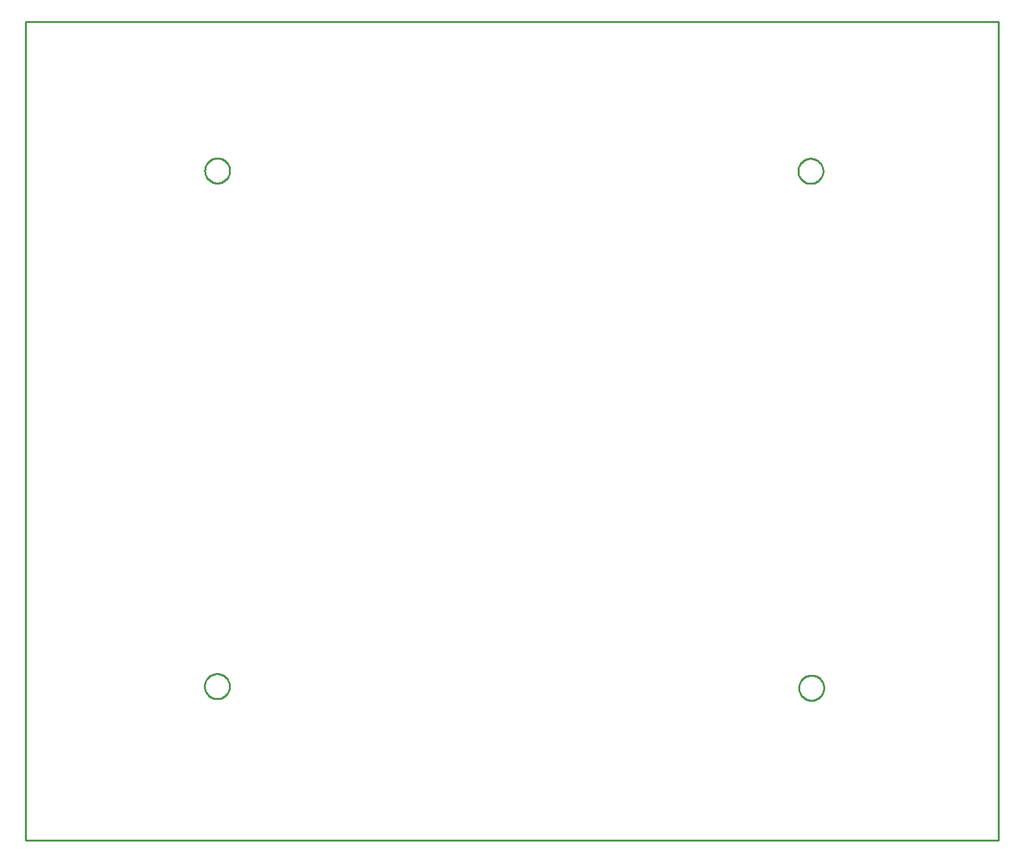
<source format=gbr>
G04 EAGLE Gerber RS-274X export*
G75*
%MOMM*%
%FSLAX34Y34*%
%LPD*%
%IN*%
%IPPOS*%
%AMOC8*
5,1,8,0,0,1.08239X$1,22.5*%
G01*
%ADD10C,0.254000*%


D10*
X0Y0D02*
X1289050Y0D01*
X1289050Y1085850D01*
X0Y1085850D01*
X0Y0D01*
X270510Y203930D02*
X270439Y202851D01*
X270298Y201779D01*
X270087Y200719D01*
X269808Y199675D01*
X269460Y198651D01*
X269046Y197653D01*
X268568Y196683D01*
X268028Y195747D01*
X267427Y194848D01*
X266769Y193991D01*
X266057Y193178D01*
X265292Y192414D01*
X264479Y191701D01*
X263622Y191043D01*
X262723Y190442D01*
X261787Y189902D01*
X260817Y189424D01*
X259819Y189010D01*
X258795Y188662D01*
X257751Y188383D01*
X256691Y188172D01*
X255619Y188031D01*
X254540Y187960D01*
X253460Y187960D01*
X252381Y188031D01*
X251309Y188172D01*
X250249Y188383D01*
X249205Y188662D01*
X248181Y189010D01*
X247183Y189424D01*
X246213Y189902D01*
X245277Y190442D01*
X244378Y191043D01*
X243521Y191701D01*
X242708Y192414D01*
X241944Y193178D01*
X241231Y193991D01*
X240573Y194848D01*
X239972Y195747D01*
X239432Y196683D01*
X238954Y197653D01*
X238540Y198651D01*
X238192Y199675D01*
X237913Y200719D01*
X237702Y201779D01*
X237561Y202851D01*
X237490Y203930D01*
X237490Y205010D01*
X237561Y206089D01*
X237702Y207161D01*
X237913Y208221D01*
X238192Y209265D01*
X238540Y210289D01*
X238954Y211287D01*
X239432Y212257D01*
X239972Y213193D01*
X240573Y214092D01*
X241231Y214949D01*
X241944Y215762D01*
X242708Y216527D01*
X243521Y217239D01*
X244378Y217897D01*
X245277Y218498D01*
X246213Y219038D01*
X247183Y219516D01*
X248181Y219930D01*
X249205Y220278D01*
X250249Y220557D01*
X251309Y220768D01*
X252381Y220909D01*
X253460Y220980D01*
X254540Y220980D01*
X255619Y220909D01*
X256691Y220768D01*
X257751Y220557D01*
X258795Y220278D01*
X259819Y219930D01*
X260817Y219516D01*
X261787Y219038D01*
X262723Y218498D01*
X263622Y217897D01*
X264479Y217239D01*
X265292Y216527D01*
X266057Y215762D01*
X266769Y214949D01*
X267427Y214092D01*
X268028Y213193D01*
X268568Y212257D01*
X269046Y211287D01*
X269460Y210289D01*
X269808Y209265D01*
X270087Y208221D01*
X270298Y207161D01*
X270439Y206089D01*
X270510Y205010D01*
X270510Y203930D01*
X1057656Y201898D02*
X1057585Y200819D01*
X1057444Y199747D01*
X1057233Y198687D01*
X1056954Y197643D01*
X1056606Y196619D01*
X1056192Y195621D01*
X1055714Y194651D01*
X1055174Y193715D01*
X1054573Y192816D01*
X1053915Y191959D01*
X1053203Y191146D01*
X1052438Y190382D01*
X1051625Y189669D01*
X1050768Y189011D01*
X1049869Y188410D01*
X1048933Y187870D01*
X1047963Y187392D01*
X1046965Y186978D01*
X1045941Y186630D01*
X1044897Y186351D01*
X1043837Y186140D01*
X1042765Y185999D01*
X1041686Y185928D01*
X1040606Y185928D01*
X1039527Y185999D01*
X1038455Y186140D01*
X1037395Y186351D01*
X1036351Y186630D01*
X1035327Y186978D01*
X1034329Y187392D01*
X1033359Y187870D01*
X1032423Y188410D01*
X1031524Y189011D01*
X1030667Y189669D01*
X1029854Y190382D01*
X1029090Y191146D01*
X1028377Y191959D01*
X1027719Y192816D01*
X1027118Y193715D01*
X1026578Y194651D01*
X1026100Y195621D01*
X1025686Y196619D01*
X1025338Y197643D01*
X1025059Y198687D01*
X1024848Y199747D01*
X1024707Y200819D01*
X1024636Y201898D01*
X1024636Y202978D01*
X1024707Y204057D01*
X1024848Y205129D01*
X1025059Y206189D01*
X1025338Y207233D01*
X1025686Y208257D01*
X1026100Y209255D01*
X1026578Y210225D01*
X1027118Y211161D01*
X1027719Y212060D01*
X1028377Y212917D01*
X1029090Y213730D01*
X1029854Y214495D01*
X1030667Y215207D01*
X1031524Y215865D01*
X1032423Y216466D01*
X1033359Y217006D01*
X1034329Y217484D01*
X1035327Y217898D01*
X1036351Y218246D01*
X1037395Y218525D01*
X1038455Y218736D01*
X1039527Y218877D01*
X1040606Y218948D01*
X1041686Y218948D01*
X1042765Y218877D01*
X1043837Y218736D01*
X1044897Y218525D01*
X1045941Y218246D01*
X1046965Y217898D01*
X1047963Y217484D01*
X1048933Y217006D01*
X1049869Y216466D01*
X1050768Y215865D01*
X1051625Y215207D01*
X1052438Y214495D01*
X1053203Y213730D01*
X1053915Y212917D01*
X1054573Y212060D01*
X1055174Y211161D01*
X1055714Y210225D01*
X1056192Y209255D01*
X1056606Y208257D01*
X1056954Y207233D01*
X1057233Y206189D01*
X1057444Y205129D01*
X1057585Y204057D01*
X1057656Y202978D01*
X1057656Y201898D01*
X1056640Y887190D02*
X1056569Y886111D01*
X1056428Y885039D01*
X1056217Y883979D01*
X1055938Y882935D01*
X1055590Y881911D01*
X1055176Y880913D01*
X1054698Y879943D01*
X1054158Y879007D01*
X1053557Y878108D01*
X1052899Y877251D01*
X1052187Y876438D01*
X1051422Y875674D01*
X1050609Y874961D01*
X1049752Y874303D01*
X1048853Y873702D01*
X1047917Y873162D01*
X1046947Y872684D01*
X1045949Y872270D01*
X1044925Y871922D01*
X1043881Y871643D01*
X1042821Y871432D01*
X1041749Y871291D01*
X1040670Y871220D01*
X1039590Y871220D01*
X1038511Y871291D01*
X1037439Y871432D01*
X1036379Y871643D01*
X1035335Y871922D01*
X1034311Y872270D01*
X1033313Y872684D01*
X1032343Y873162D01*
X1031407Y873702D01*
X1030508Y874303D01*
X1029651Y874961D01*
X1028838Y875674D01*
X1028074Y876438D01*
X1027361Y877251D01*
X1026703Y878108D01*
X1026102Y879007D01*
X1025562Y879943D01*
X1025084Y880913D01*
X1024670Y881911D01*
X1024322Y882935D01*
X1024043Y883979D01*
X1023832Y885039D01*
X1023691Y886111D01*
X1023620Y887190D01*
X1023620Y888270D01*
X1023691Y889349D01*
X1023832Y890421D01*
X1024043Y891481D01*
X1024322Y892525D01*
X1024670Y893549D01*
X1025084Y894547D01*
X1025562Y895517D01*
X1026102Y896453D01*
X1026703Y897352D01*
X1027361Y898209D01*
X1028074Y899022D01*
X1028838Y899787D01*
X1029651Y900499D01*
X1030508Y901157D01*
X1031407Y901758D01*
X1032343Y902298D01*
X1033313Y902776D01*
X1034311Y903190D01*
X1035335Y903538D01*
X1036379Y903817D01*
X1037439Y904028D01*
X1038511Y904169D01*
X1039590Y904240D01*
X1040670Y904240D01*
X1041749Y904169D01*
X1042821Y904028D01*
X1043881Y903817D01*
X1044925Y903538D01*
X1045949Y903190D01*
X1046947Y902776D01*
X1047917Y902298D01*
X1048853Y901758D01*
X1049752Y901157D01*
X1050609Y900499D01*
X1051422Y899787D01*
X1052187Y899022D01*
X1052899Y898209D01*
X1053557Y897352D01*
X1054158Y896453D01*
X1054698Y895517D01*
X1055176Y894547D01*
X1055590Y893549D01*
X1055938Y892525D01*
X1056217Y891481D01*
X1056428Y890421D01*
X1056569Y889349D01*
X1056640Y888270D01*
X1056640Y887190D01*
X270764Y887698D02*
X270693Y886619D01*
X270552Y885547D01*
X270341Y884487D01*
X270062Y883443D01*
X269714Y882419D01*
X269300Y881421D01*
X268822Y880451D01*
X268282Y879515D01*
X267681Y878616D01*
X267023Y877759D01*
X266311Y876946D01*
X265546Y876182D01*
X264733Y875469D01*
X263876Y874811D01*
X262977Y874210D01*
X262041Y873670D01*
X261071Y873192D01*
X260073Y872778D01*
X259049Y872430D01*
X258005Y872151D01*
X256945Y871940D01*
X255873Y871799D01*
X254794Y871728D01*
X253714Y871728D01*
X252635Y871799D01*
X251563Y871940D01*
X250503Y872151D01*
X249459Y872430D01*
X248435Y872778D01*
X247437Y873192D01*
X246467Y873670D01*
X245531Y874210D01*
X244632Y874811D01*
X243775Y875469D01*
X242962Y876182D01*
X242198Y876946D01*
X241485Y877759D01*
X240827Y878616D01*
X240226Y879515D01*
X239686Y880451D01*
X239208Y881421D01*
X238794Y882419D01*
X238446Y883443D01*
X238167Y884487D01*
X237956Y885547D01*
X237815Y886619D01*
X237744Y887698D01*
X237744Y888778D01*
X237815Y889857D01*
X237956Y890929D01*
X238167Y891989D01*
X238446Y893033D01*
X238794Y894057D01*
X239208Y895055D01*
X239686Y896025D01*
X240226Y896961D01*
X240827Y897860D01*
X241485Y898717D01*
X242198Y899530D01*
X242962Y900295D01*
X243775Y901007D01*
X244632Y901665D01*
X245531Y902266D01*
X246467Y902806D01*
X247437Y903284D01*
X248435Y903698D01*
X249459Y904046D01*
X250503Y904325D01*
X251563Y904536D01*
X252635Y904677D01*
X253714Y904748D01*
X254794Y904748D01*
X255873Y904677D01*
X256945Y904536D01*
X258005Y904325D01*
X259049Y904046D01*
X260073Y903698D01*
X261071Y903284D01*
X262041Y902806D01*
X262977Y902266D01*
X263876Y901665D01*
X264733Y901007D01*
X265546Y900295D01*
X266311Y899530D01*
X267023Y898717D01*
X267681Y897860D01*
X268282Y896961D01*
X268822Y896025D01*
X269300Y895055D01*
X269714Y894057D01*
X270062Y893033D01*
X270341Y891989D01*
X270552Y890929D01*
X270693Y889857D01*
X270764Y888778D01*
X270764Y887698D01*
M02*

</source>
